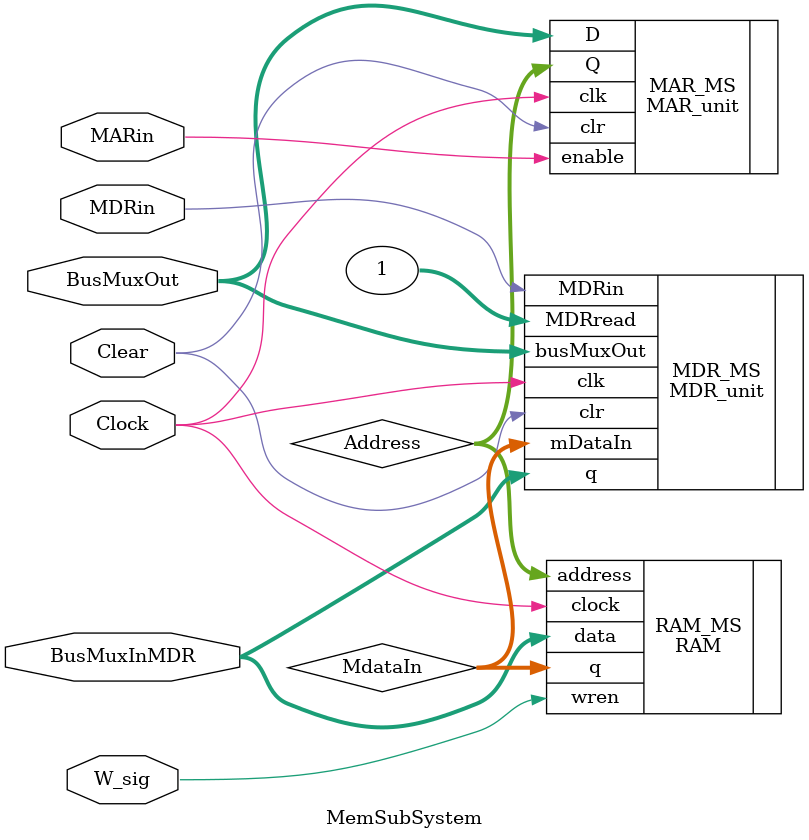
<source format=v>
module MemSubSystem(
	input Clock, Clear, MARin, MDRin, W_sig,
	input[31:0] BusMuxOut,
	inout[31:0] BusMuxInMDR); //This signal represents the output of MDR onto bus

	wire[31:0] Data, MdataIn, MDMuxOut; // Data represents output of MDR to RAM
	wire[8:0] Address;

	RAM RAM_MS(
		.address(Address),
		.clock(Clock),
		.data(BusMuxInMDR),
		.wren(W_sig),
		.q(MdataIn));
	
	MDR_unit MDR_MS(
		.q(BusMuxInMDR),
		.busMuxOut(BusMuxOut), .mDataIn(MdataIn), 
		.clk(Clock), .clr(Clear), .MDRin(MDRin), .MDRread(1)); // with megafunction RAM is technically always asserting a read to output value
  
	MAR_unit MAR_MS(
		.Q(Address),
		.enable(MARin), .clk(Clock), .clr(Clear),
		.D(BusMuxOut));
endmodule
</source>
